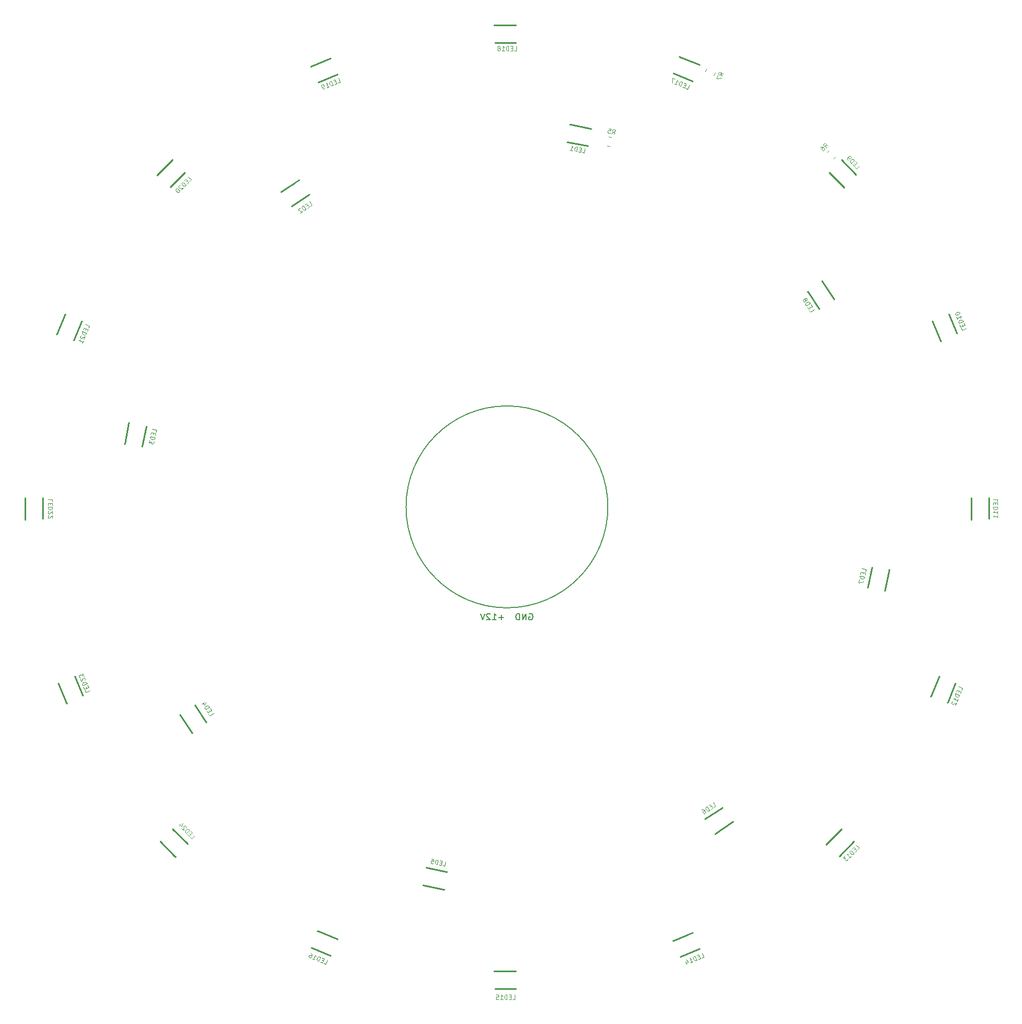
<source format=gbr>
%TF.GenerationSoftware,KiCad,Pcbnew,8.0.5*%
%TF.CreationDate,2024-10-11T00:39:08+02:00*%
%TF.ProjectId,LEDTischLampe,4c454454-6973-4636-984c-616d70652e6b,rev?*%
%TF.SameCoordinates,Original*%
%TF.FileFunction,Legend,Bot*%
%TF.FilePolarity,Positive*%
%FSLAX46Y46*%
G04 Gerber Fmt 4.6, Leading zero omitted, Abs format (unit mm)*
G04 Created by KiCad (PCBNEW 8.0.5) date 2024-10-11 00:39:08*
%MOMM*%
%LPD*%
G01*
G04 APERTURE LIST*
G04 Aperture macros list*
%AMRoundRect*
0 Rectangle with rounded corners*
0 $1 Rounding radius*
0 $2 $3 $4 $5 $6 $7 $8 $9 X,Y pos of 4 corners*
0 Add a 4 corners polygon primitive as box body*
4,1,4,$2,$3,$4,$5,$6,$7,$8,$9,$2,$3,0*
0 Add four circle primitives for the rounded corners*
1,1,$1+$1,$2,$3*
1,1,$1+$1,$4,$5*
1,1,$1+$1,$6,$7*
1,1,$1+$1,$8,$9*
0 Add four rect primitives between the rounded corners*
20,1,$1+$1,$2,$3,$4,$5,0*
20,1,$1+$1,$4,$5,$6,$7,0*
20,1,$1+$1,$6,$7,$8,$9,0*
20,1,$1+$1,$8,$9,$2,$3,0*%
%AMHorizOval*
0 Thick line with rounded ends*
0 $1 width*
0 $2 $3 position (X,Y) of the first rounded end (center of the circle)*
0 $4 $5 position (X,Y) of the second rounded end (center of the circle)*
0 Add line between two ends*
20,1,$1,$2,$3,$4,$5,0*
0 Add two circle primitives to create the rounded ends*
1,1,$1,$2,$3*
1,1,$1,$4,$5*%
%AMRotRect*
0 Rectangle, with rotation*
0 The origin of the aperture is its center*
0 $1 length*
0 $2 width*
0 $3 Rotation angle, in degrees counterclockwise*
0 Add horizontal line*
21,1,$1,$2,0,0,$3*%
G04 Aperture macros list end*
%ADD10C,0.200000*%
%ADD11C,0.150000*%
%ADD12C,0.120000*%
%ADD13C,0.250000*%
%ADD14C,0.990600*%
%ADD15C,3.200000*%
%ADD16HorizOval,1.200000X0.166671X0.249441X-0.166671X-0.249441X0*%
%ADD17HorizOval,1.200000X0.222228X0.332588X-0.222228X-0.332588X0*%
%ADD18C,0.750000*%
%ADD19R,2.600000X2.600000*%
%ADD20C,2.600000*%
%ADD21R,2.330000X2.380000*%
%ADD22R,1.100000X2.380000*%
%ADD23RotRect,2.330000X2.380000X213.750000*%
%ADD24RotRect,1.100000X2.380000X213.750000*%
%ADD25R,2.380000X2.330000*%
%ADD26R,2.380000X1.100000*%
%ADD27RotRect,2.330000X2.380000X123.750000*%
%ADD28RotRect,1.100000X2.380000X123.750000*%
%ADD29RotRect,2.330000X2.380000X157.500000*%
%ADD30RotRect,1.100000X2.380000X157.500000*%
%ADD31RotRect,2.330000X2.380000X202.500000*%
%ADD32RotRect,1.100000X2.380000X202.500000*%
%ADD33RotRect,2.330000X2.380000X225.000000*%
%ADD34RotRect,1.100000X2.380000X225.000000*%
%ADD35RotRect,2.330000X2.380000X247.500000*%
%ADD36RotRect,1.100000X2.380000X247.500000*%
%ADD37RotRect,2.330000X2.380000X315.000000*%
%ADD38RotRect,1.100000X2.380000X315.000000*%
%ADD39RotRect,2.330000X2.380000X303.750000*%
%ADD40RotRect,1.100000X2.380000X303.750000*%
%ADD41RoundRect,0.250000X-0.132583X0.503814X-0.503814X0.132583X0.132583X-0.503814X0.503814X-0.132583X0*%
%ADD42RotRect,2.330000X2.380000X292.500000*%
%ADD43RotRect,1.100000X2.380000X292.500000*%
%ADD44RotRect,2.330000X2.380000X33.750000*%
%ADD45RotRect,1.100000X2.380000X33.750000*%
%ADD46RotRect,2.330000X2.380000X168.750000*%
%ADD47RotRect,1.100000X2.380000X168.750000*%
%ADD48RotRect,2.330000X2.380000X258.750000*%
%ADD49RotRect,1.100000X2.380000X258.750000*%
%ADD50RoundRect,0.250000X-0.315291X0.414726X-0.516200X-0.070311X0.315291X-0.414726X0.516200X0.070311X0*%
%ADD51RoundRect,0.250000X0.345247X0.390142X-0.169665X0.492565X-0.345247X-0.390142X0.169665X-0.492565X0*%
%ADD52RotRect,2.330000X2.380000X348.750000*%
%ADD53RotRect,1.100000X2.380000X348.750000*%
%ADD54RotRect,2.330000X2.380000X78.750000*%
%ADD55RotRect,1.100000X2.380000X78.750000*%
G04 APERTURE END LIST*
D10*
X150620000Y-93980000D02*
G75*
G02*
X118620000Y-93980000I-16000000J0D01*
G01*
X118620000Y-93980000D02*
G75*
G02*
X150620000Y-93980000I16000000J0D01*
G01*
D11*
X138143809Y-110931438D02*
X138239047Y-110883819D01*
X138239047Y-110883819D02*
X138381904Y-110883819D01*
X138381904Y-110883819D02*
X138524761Y-110931438D01*
X138524761Y-110931438D02*
X138619999Y-111026676D01*
X138619999Y-111026676D02*
X138667618Y-111121914D01*
X138667618Y-111121914D02*
X138715237Y-111312390D01*
X138715237Y-111312390D02*
X138715237Y-111455247D01*
X138715237Y-111455247D02*
X138667618Y-111645723D01*
X138667618Y-111645723D02*
X138619999Y-111740961D01*
X138619999Y-111740961D02*
X138524761Y-111836200D01*
X138524761Y-111836200D02*
X138381904Y-111883819D01*
X138381904Y-111883819D02*
X138286666Y-111883819D01*
X138286666Y-111883819D02*
X138143809Y-111836200D01*
X138143809Y-111836200D02*
X138096190Y-111788580D01*
X138096190Y-111788580D02*
X138096190Y-111455247D01*
X138096190Y-111455247D02*
X138286666Y-111455247D01*
X137667618Y-111883819D02*
X137667618Y-110883819D01*
X137667618Y-110883819D02*
X137096190Y-111883819D01*
X137096190Y-111883819D02*
X137096190Y-110883819D01*
X136619999Y-111883819D02*
X136619999Y-110883819D01*
X136619999Y-110883819D02*
X136381904Y-110883819D01*
X136381904Y-110883819D02*
X136239047Y-110931438D01*
X136239047Y-110931438D02*
X136143809Y-111026676D01*
X136143809Y-111026676D02*
X136096190Y-111121914D01*
X136096190Y-111121914D02*
X136048571Y-111312390D01*
X136048571Y-111312390D02*
X136048571Y-111455247D01*
X136048571Y-111455247D02*
X136096190Y-111645723D01*
X136096190Y-111645723D02*
X136143809Y-111740961D01*
X136143809Y-111740961D02*
X136239047Y-111836200D01*
X136239047Y-111836200D02*
X136381904Y-111883819D01*
X136381904Y-111883819D02*
X136619999Y-111883819D01*
X134096189Y-111502866D02*
X133334285Y-111502866D01*
X133715237Y-111883819D02*
X133715237Y-111121914D01*
X132334285Y-111883819D02*
X132905713Y-111883819D01*
X132619999Y-111883819D02*
X132619999Y-110883819D01*
X132619999Y-110883819D02*
X132715237Y-111026676D01*
X132715237Y-111026676D02*
X132810475Y-111121914D01*
X132810475Y-111121914D02*
X132905713Y-111169533D01*
X131953332Y-110979057D02*
X131905713Y-110931438D01*
X131905713Y-110931438D02*
X131810475Y-110883819D01*
X131810475Y-110883819D02*
X131572380Y-110883819D01*
X131572380Y-110883819D02*
X131477142Y-110931438D01*
X131477142Y-110931438D02*
X131429523Y-110979057D01*
X131429523Y-110979057D02*
X131381904Y-111074295D01*
X131381904Y-111074295D02*
X131381904Y-111169533D01*
X131381904Y-111169533D02*
X131429523Y-111312390D01*
X131429523Y-111312390D02*
X132000951Y-111883819D01*
X132000951Y-111883819D02*
X131381904Y-111883819D01*
X131096189Y-110883819D02*
X130762856Y-111883819D01*
X130762856Y-111883819D02*
X130429523Y-110883819D01*
D12*
X135482667Y-172021593D02*
X135816000Y-172021593D01*
X135816000Y-172021593D02*
X135816000Y-171321593D01*
X135249333Y-171654926D02*
X135016000Y-171654926D01*
X134916000Y-172021593D02*
X135249333Y-172021593D01*
X135249333Y-172021593D02*
X135249333Y-171321593D01*
X135249333Y-171321593D02*
X134916000Y-171321593D01*
X134616000Y-172021593D02*
X134616000Y-171321593D01*
X134616000Y-171321593D02*
X134449333Y-171321593D01*
X134449333Y-171321593D02*
X134349333Y-171354926D01*
X134349333Y-171354926D02*
X134282667Y-171421593D01*
X134282667Y-171421593D02*
X134249333Y-171488260D01*
X134249333Y-171488260D02*
X134216000Y-171621593D01*
X134216000Y-171621593D02*
X134216000Y-171721593D01*
X134216000Y-171721593D02*
X134249333Y-171854926D01*
X134249333Y-171854926D02*
X134282667Y-171921593D01*
X134282667Y-171921593D02*
X134349333Y-171988260D01*
X134349333Y-171988260D02*
X134449333Y-172021593D01*
X134449333Y-172021593D02*
X134616000Y-172021593D01*
X133549333Y-172021593D02*
X133949333Y-172021593D01*
X133749333Y-172021593D02*
X133749333Y-171321593D01*
X133749333Y-171321593D02*
X133816000Y-171421593D01*
X133816000Y-171421593D02*
X133882667Y-171488260D01*
X133882667Y-171488260D02*
X133949333Y-171521593D01*
X132916000Y-171321593D02*
X133249333Y-171321593D01*
X133249333Y-171321593D02*
X133282666Y-171654926D01*
X133282666Y-171654926D02*
X133249333Y-171621593D01*
X133249333Y-171621593D02*
X133182666Y-171588260D01*
X133182666Y-171588260D02*
X133016000Y-171588260D01*
X133016000Y-171588260D02*
X132949333Y-171621593D01*
X132949333Y-171621593D02*
X132916000Y-171654926D01*
X132916000Y-171654926D02*
X132882666Y-171721593D01*
X132882666Y-171721593D02*
X132882666Y-171888260D01*
X132882666Y-171888260D02*
X132916000Y-171954926D01*
X132916000Y-171954926D02*
X132949333Y-171988260D01*
X132949333Y-171988260D02*
X133016000Y-172021593D01*
X133016000Y-172021593D02*
X133182666Y-172021593D01*
X133182666Y-172021593D02*
X133249333Y-171988260D01*
X133249333Y-171988260D02*
X133282666Y-171954926D01*
X103443762Y-46310872D02*
X103720919Y-46125682D01*
X103720919Y-46125682D02*
X103332020Y-45543653D01*
X103046044Y-46135633D02*
X102852034Y-46265266D01*
X102972596Y-46625696D02*
X103249753Y-46440505D01*
X103249753Y-46440505D02*
X102860853Y-45858477D01*
X102860853Y-45858477D02*
X102583697Y-46043667D01*
X102723155Y-46792366D02*
X102334256Y-46210338D01*
X102334256Y-46210338D02*
X102195678Y-46302933D01*
X102195678Y-46302933D02*
X102131050Y-46386205D01*
X102131050Y-46386205D02*
X102112657Y-46478675D01*
X102112657Y-46478675D02*
X102121979Y-46552625D01*
X102121979Y-46552625D02*
X102168340Y-46682007D01*
X102168340Y-46682007D02*
X102223897Y-46765154D01*
X102223897Y-46765154D02*
X102325688Y-46857497D01*
X102325688Y-46857497D02*
X102390442Y-46894410D01*
X102390442Y-46894410D02*
X102482911Y-46912803D01*
X102482911Y-46912803D02*
X102584577Y-46884961D01*
X102584577Y-46884961D02*
X102723155Y-46792366D01*
X101816981Y-46636149D02*
X101770747Y-46626952D01*
X101770747Y-46626952D02*
X101696796Y-46636275D01*
X101696796Y-46636275D02*
X101558218Y-46728870D01*
X101558218Y-46728870D02*
X101521306Y-46793624D01*
X101521306Y-46793624D02*
X101512109Y-46839858D01*
X101512109Y-46839858D02*
X101521431Y-46913809D01*
X101521431Y-46913809D02*
X101558469Y-46969240D01*
X101558469Y-46969240D02*
X101641742Y-47033868D01*
X101641742Y-47033868D02*
X102196558Y-47144228D01*
X102196558Y-47144228D02*
X101836255Y-47384975D01*
X62547593Y-93142733D02*
X62547593Y-92809399D01*
X62547593Y-92809399D02*
X61847593Y-92809399D01*
X62180926Y-93376066D02*
X62180926Y-93609400D01*
X62547593Y-93709400D02*
X62547593Y-93376066D01*
X62547593Y-93376066D02*
X61847593Y-93376066D01*
X61847593Y-93376066D02*
X61847593Y-93709400D01*
X62547593Y-94009399D02*
X61847593Y-94009399D01*
X61847593Y-94009399D02*
X61847593Y-94176066D01*
X61847593Y-94176066D02*
X61880926Y-94276066D01*
X61880926Y-94276066D02*
X61947593Y-94342733D01*
X61947593Y-94342733D02*
X62014260Y-94376066D01*
X62014260Y-94376066D02*
X62147593Y-94409399D01*
X62147593Y-94409399D02*
X62247593Y-94409399D01*
X62247593Y-94409399D02*
X62380926Y-94376066D01*
X62380926Y-94376066D02*
X62447593Y-94342733D01*
X62447593Y-94342733D02*
X62514260Y-94276066D01*
X62514260Y-94276066D02*
X62547593Y-94176066D01*
X62547593Y-94176066D02*
X62547593Y-94009399D01*
X61914260Y-94676066D02*
X61880926Y-94709399D01*
X61880926Y-94709399D02*
X61847593Y-94776066D01*
X61847593Y-94776066D02*
X61847593Y-94942733D01*
X61847593Y-94942733D02*
X61880926Y-95009399D01*
X61880926Y-95009399D02*
X61914260Y-95042733D01*
X61914260Y-95042733D02*
X61980926Y-95076066D01*
X61980926Y-95076066D02*
X62047593Y-95076066D01*
X62047593Y-95076066D02*
X62147593Y-95042733D01*
X62147593Y-95042733D02*
X62547593Y-94642733D01*
X62547593Y-94642733D02*
X62547593Y-95076066D01*
X61914260Y-95342733D02*
X61880926Y-95376066D01*
X61880926Y-95376066D02*
X61847593Y-95442733D01*
X61847593Y-95442733D02*
X61847593Y-95609400D01*
X61847593Y-95609400D02*
X61880926Y-95676066D01*
X61880926Y-95676066D02*
X61914260Y-95709400D01*
X61914260Y-95709400D02*
X61980926Y-95742733D01*
X61980926Y-95742733D02*
X62047593Y-95742733D01*
X62047593Y-95742733D02*
X62147593Y-95709400D01*
X62147593Y-95709400D02*
X62547593Y-95309400D01*
X62547593Y-95309400D02*
X62547593Y-95742733D01*
X182543127Y-62803762D02*
X182728317Y-63080919D01*
X182728317Y-63080919D02*
X183310346Y-62692020D01*
X182718366Y-62406044D02*
X182588733Y-62212034D01*
X182228303Y-62332596D02*
X182413494Y-62609753D01*
X182413494Y-62609753D02*
X182995522Y-62220853D01*
X182995522Y-62220853D02*
X182810332Y-61943697D01*
X182061633Y-62083155D02*
X182643661Y-61694256D01*
X182643661Y-61694256D02*
X182551066Y-61555678D01*
X182551066Y-61555678D02*
X182467794Y-61491050D01*
X182467794Y-61491050D02*
X182375324Y-61472657D01*
X182375324Y-61472657D02*
X182301374Y-61481979D01*
X182301374Y-61481979D02*
X182171992Y-61528340D01*
X182171992Y-61528340D02*
X182088845Y-61583897D01*
X182088845Y-61583897D02*
X181996502Y-61685688D01*
X181996502Y-61685688D02*
X181959589Y-61750442D01*
X181959589Y-61750442D02*
X181941196Y-61842911D01*
X181941196Y-61842911D02*
X181969038Y-61944577D01*
X181969038Y-61944577D02*
X182061633Y-62083155D01*
X181949764Y-61195752D02*
X182014518Y-61232664D01*
X182014518Y-61232664D02*
X182060753Y-61241861D01*
X182060753Y-61241861D02*
X182134703Y-61232538D01*
X182134703Y-61232538D02*
X182162419Y-61214019D01*
X182162419Y-61214019D02*
X182199331Y-61149266D01*
X182199331Y-61149266D02*
X182208527Y-61103031D01*
X182208527Y-61103031D02*
X182199205Y-61029081D01*
X182199205Y-61029081D02*
X182125129Y-60918218D01*
X182125129Y-60918218D02*
X182060375Y-60881306D01*
X182060375Y-60881306D02*
X182014141Y-60872109D01*
X182014141Y-60872109D02*
X181940190Y-60881431D01*
X181940190Y-60881431D02*
X181912475Y-60899950D01*
X181912475Y-60899950D02*
X181875563Y-60964704D01*
X181875563Y-60964704D02*
X181866366Y-61010939D01*
X181866366Y-61010939D02*
X181875688Y-61084889D01*
X181875688Y-61084889D02*
X181949764Y-61195752D01*
X181949764Y-61195752D02*
X181959087Y-61269702D01*
X181959087Y-61269702D02*
X181949890Y-61315937D01*
X181949890Y-61315937D02*
X181912978Y-61380690D01*
X181912978Y-61380690D02*
X181802115Y-61454766D01*
X181802115Y-61454766D02*
X181728165Y-61464089D01*
X181728165Y-61464089D02*
X181681930Y-61454892D01*
X181681930Y-61454892D02*
X181617176Y-61417980D01*
X181617176Y-61417980D02*
X181543100Y-61307117D01*
X181543100Y-61307117D02*
X181533778Y-61233167D01*
X181533778Y-61233167D02*
X181542975Y-61186932D01*
X181542975Y-61186932D02*
X181579887Y-61122179D01*
X181579887Y-61122179D02*
X181690750Y-61048103D01*
X181690750Y-61048103D02*
X181764700Y-61038780D01*
X181764700Y-61038780D02*
X181810935Y-61047977D01*
X181810935Y-61047977D02*
X181875688Y-61084889D01*
X162962128Y-27644747D02*
X163270087Y-27772309D01*
X163270087Y-27772309D02*
X163537966Y-27125593D01*
X162886873Y-27216699D02*
X162671301Y-27127406D01*
X162438596Y-27427893D02*
X162746555Y-27555455D01*
X162746555Y-27555455D02*
X163014434Y-26908739D01*
X163014434Y-26908739D02*
X162706474Y-26781178D01*
X162161432Y-27313088D02*
X162429310Y-26666373D01*
X162429310Y-26666373D02*
X162275330Y-26602592D01*
X162275330Y-26602592D02*
X162170186Y-26595120D01*
X162170186Y-26595120D02*
X162083082Y-26631200D01*
X162083082Y-26631200D02*
X162026774Y-26680035D01*
X162026774Y-26680035D02*
X161944954Y-26790463D01*
X161944954Y-26790463D02*
X161906685Y-26882851D01*
X161906685Y-26882851D02*
X161886457Y-27018791D01*
X161886457Y-27018791D02*
X161891740Y-27093139D01*
X161891740Y-27093139D02*
X161927820Y-27180244D01*
X161927820Y-27180244D02*
X162007452Y-27249308D01*
X162007452Y-27249308D02*
X162161432Y-27313088D01*
X161175960Y-26904893D02*
X161545512Y-27057966D01*
X161360736Y-26981429D02*
X161628615Y-26334714D01*
X161628615Y-26334714D02*
X161651938Y-26452614D01*
X161651938Y-26452614D02*
X161688018Y-26539718D01*
X161688018Y-26539718D02*
X161736854Y-26596026D01*
X161228267Y-26168884D02*
X160797123Y-25990299D01*
X160797123Y-25990299D02*
X160806408Y-26751819D01*
X165491203Y-165474088D02*
X165799163Y-165346526D01*
X165799163Y-165346526D02*
X165531284Y-164699811D01*
X165135314Y-165224625D02*
X164919742Y-165313917D01*
X164967671Y-165690942D02*
X165275631Y-165563380D01*
X165275631Y-165563380D02*
X165007752Y-164916665D01*
X165007752Y-164916665D02*
X164699793Y-165044226D01*
X164690507Y-165805746D02*
X164422629Y-165159031D01*
X164422629Y-165159031D02*
X164268649Y-165222811D01*
X164268649Y-165222811D02*
X164189017Y-165291876D01*
X164189017Y-165291876D02*
X164152937Y-165378980D01*
X164152937Y-165378980D02*
X164147654Y-165453328D01*
X164147654Y-165453328D02*
X164167882Y-165589268D01*
X164167882Y-165589268D02*
X164206151Y-165681656D01*
X164206151Y-165681656D02*
X164287971Y-165792084D01*
X164287971Y-165792084D02*
X164344279Y-165840920D01*
X164344279Y-165840920D02*
X164431383Y-165876999D01*
X164431383Y-165876999D02*
X164536527Y-165869527D01*
X164536527Y-165869527D02*
X164690507Y-165805746D01*
X163705036Y-166213942D02*
X164074588Y-166060869D01*
X163889812Y-166137405D02*
X163621933Y-165490690D01*
X163621933Y-165490690D02*
X163721794Y-165557566D01*
X163721794Y-165557566D02*
X163808898Y-165593645D01*
X163808898Y-165593645D02*
X163883246Y-165598929D01*
X162972122Y-166012409D02*
X163150708Y-166443552D01*
X163024053Y-165702260D02*
X163369375Y-166100419D01*
X163369375Y-166100419D02*
X162969027Y-166266249D01*
X190244175Y-148278969D02*
X190479877Y-148043267D01*
X190479877Y-148043267D02*
X189984902Y-147548292D01*
X189819910Y-148184688D02*
X189654919Y-148349680D01*
X189843481Y-148679663D02*
X190079183Y-148443961D01*
X190079183Y-148443961D02*
X189584208Y-147948986D01*
X189584208Y-147948986D02*
X189348506Y-148184688D01*
X189631349Y-148891795D02*
X189136374Y-148396820D01*
X189136374Y-148396820D02*
X189018523Y-148514671D01*
X189018523Y-148514671D02*
X188971383Y-148608952D01*
X188971383Y-148608952D02*
X188971383Y-148703233D01*
X188971383Y-148703233D02*
X188994953Y-148773944D01*
X188994953Y-148773944D02*
X189065663Y-148891795D01*
X189065663Y-148891795D02*
X189136374Y-148962506D01*
X189136374Y-148962506D02*
X189254225Y-149033216D01*
X189254225Y-149033216D02*
X189324936Y-149056787D01*
X189324936Y-149056787D02*
X189419217Y-149056787D01*
X189419217Y-149056787D02*
X189513498Y-149009646D01*
X189513498Y-149009646D02*
X189631349Y-148891795D01*
X188877102Y-149646042D02*
X189159944Y-149363199D01*
X189018523Y-149504621D02*
X188523548Y-149009646D01*
X188523548Y-149009646D02*
X188641399Y-149033216D01*
X188641399Y-149033216D02*
X188735680Y-149033216D01*
X188735680Y-149033216D02*
X188806391Y-149009646D01*
X188217135Y-149316059D02*
X187910722Y-149622472D01*
X187910722Y-149622472D02*
X188264275Y-149646042D01*
X188264275Y-149646042D02*
X188193565Y-149716753D01*
X188193565Y-149716753D02*
X188169995Y-149787464D01*
X188169995Y-149787464D02*
X188169995Y-149834604D01*
X188169995Y-149834604D02*
X188193565Y-149905315D01*
X188193565Y-149905315D02*
X188311416Y-150023166D01*
X188311416Y-150023166D02*
X188382127Y-150046736D01*
X188382127Y-150046736D02*
X188429267Y-150046736D01*
X188429267Y-150046736D02*
X188499978Y-150023166D01*
X188499978Y-150023166D02*
X188641399Y-149881745D01*
X188641399Y-149881745D02*
X188664969Y-149811034D01*
X188664969Y-149811034D02*
X188664969Y-149763894D01*
X68284747Y-65637871D02*
X68412309Y-65329912D01*
X68412309Y-65329912D02*
X67765593Y-65062033D01*
X67856699Y-65713126D02*
X67767406Y-65928698D01*
X68067893Y-66161403D02*
X68195455Y-65853444D01*
X68195455Y-65853444D02*
X67548739Y-65585565D01*
X67548739Y-65585565D02*
X67421178Y-65893525D01*
X67953088Y-66438567D02*
X67306373Y-66170689D01*
X67306373Y-66170689D02*
X67242592Y-66324669D01*
X67242592Y-66324669D02*
X67235120Y-66429813D01*
X67235120Y-66429813D02*
X67271200Y-66516917D01*
X67271200Y-66516917D02*
X67320035Y-66573225D01*
X67320035Y-66573225D02*
X67430463Y-66655045D01*
X67430463Y-66655045D02*
X67522851Y-66693314D01*
X67522851Y-66693314D02*
X67658791Y-66713542D01*
X67658791Y-66713542D02*
X67733139Y-66708259D01*
X67733139Y-66708259D02*
X67820244Y-66672179D01*
X67820244Y-66672179D02*
X67889308Y-66592547D01*
X67889308Y-66592547D02*
X67953088Y-66438567D01*
X67112842Y-66812121D02*
X67069290Y-66830160D01*
X67069290Y-66830160D02*
X67012982Y-66878996D01*
X67012982Y-66878996D02*
X66949202Y-67032976D01*
X66949202Y-67032976D02*
X66954485Y-67107324D01*
X66954485Y-67107324D02*
X66972525Y-67150876D01*
X66972525Y-67150876D02*
X67021361Y-67207185D01*
X67021361Y-67207185D02*
X67082953Y-67232697D01*
X67082953Y-67232697D02*
X67188097Y-67240169D01*
X67188097Y-67240169D02*
X67710722Y-67023691D01*
X67710722Y-67023691D02*
X67544893Y-67424039D01*
X67289770Y-68039959D02*
X67442844Y-67670407D01*
X67366307Y-67855183D02*
X66719591Y-67587304D01*
X66719591Y-67587304D02*
X66837492Y-67563981D01*
X66837492Y-67563981D02*
X66924596Y-67527901D01*
X66924596Y-67527901D02*
X66980904Y-67479065D01*
X84385031Y-146302175D02*
X84620733Y-146537877D01*
X84620733Y-146537877D02*
X85115708Y-146042902D01*
X84479312Y-145877910D02*
X84314320Y-145712919D01*
X83984337Y-145901481D02*
X84220039Y-146137183D01*
X84220039Y-146137183D02*
X84715014Y-145642208D01*
X84715014Y-145642208D02*
X84479312Y-145406506D01*
X83772205Y-145689349D02*
X84267180Y-145194374D01*
X84267180Y-145194374D02*
X84149329Y-145076523D01*
X84149329Y-145076523D02*
X84055048Y-145029383D01*
X84055048Y-145029383D02*
X83960767Y-145029383D01*
X83960767Y-145029383D02*
X83890056Y-145052953D01*
X83890056Y-145052953D02*
X83772205Y-145123663D01*
X83772205Y-145123663D02*
X83701494Y-145194374D01*
X83701494Y-145194374D02*
X83630784Y-145312225D01*
X83630784Y-145312225D02*
X83607213Y-145382936D01*
X83607213Y-145382936D02*
X83607213Y-145477217D01*
X83607213Y-145477217D02*
X83654354Y-145571498D01*
X83654354Y-145571498D02*
X83772205Y-145689349D01*
X83748635Y-144770110D02*
X83748635Y-144722970D01*
X83748635Y-144722970D02*
X83725065Y-144652259D01*
X83725065Y-144652259D02*
X83607213Y-144534408D01*
X83607213Y-144534408D02*
X83536503Y-144510838D01*
X83536503Y-144510838D02*
X83489362Y-144510838D01*
X83489362Y-144510838D02*
X83418652Y-144534408D01*
X83418652Y-144534408D02*
X83371511Y-144581548D01*
X83371511Y-144581548D02*
X83324371Y-144675829D01*
X83324371Y-144675829D02*
X83324371Y-145241515D01*
X83324371Y-145241515D02*
X83017958Y-144935102D01*
X82923677Y-144180854D02*
X82593693Y-144510837D01*
X83230090Y-144110143D02*
X82994387Y-144581548D01*
X82994387Y-144581548D02*
X82687974Y-144275135D01*
X107833203Y-26790088D02*
X108141163Y-26662526D01*
X108141163Y-26662526D02*
X107873284Y-26015811D01*
X107477314Y-26540625D02*
X107261742Y-26629917D01*
X107309671Y-27006942D02*
X107617631Y-26879380D01*
X107617631Y-26879380D02*
X107349752Y-26232665D01*
X107349752Y-26232665D02*
X107041793Y-26360226D01*
X107032507Y-27121746D02*
X106764629Y-26475031D01*
X106764629Y-26475031D02*
X106610649Y-26538811D01*
X106610649Y-26538811D02*
X106531017Y-26607876D01*
X106531017Y-26607876D02*
X106494937Y-26694980D01*
X106494937Y-26694980D02*
X106489654Y-26769328D01*
X106489654Y-26769328D02*
X106509882Y-26905268D01*
X106509882Y-26905268D02*
X106548151Y-26997656D01*
X106548151Y-26997656D02*
X106629971Y-27108084D01*
X106629971Y-27108084D02*
X106686279Y-27156920D01*
X106686279Y-27156920D02*
X106773383Y-27192999D01*
X106773383Y-27192999D02*
X106878527Y-27185527D01*
X106878527Y-27185527D02*
X107032507Y-27121746D01*
X106047036Y-27529942D02*
X106416588Y-27376869D01*
X106231812Y-27453405D02*
X105963933Y-26806690D01*
X105963933Y-26806690D02*
X106063794Y-26873566D01*
X106063794Y-26873566D02*
X106150898Y-26909645D01*
X106150898Y-26909645D02*
X106225246Y-26914929D01*
X105739076Y-27657503D02*
X105615892Y-27708528D01*
X105615892Y-27708528D02*
X105541544Y-27703244D01*
X105541544Y-27703244D02*
X105497992Y-27685204D01*
X105497992Y-27685204D02*
X105398131Y-27618329D01*
X105398131Y-27618329D02*
X105316311Y-27507901D01*
X105316311Y-27507901D02*
X105214262Y-27261533D01*
X105214262Y-27261533D02*
X105219546Y-27187185D01*
X105219546Y-27187185D02*
X105237586Y-27143633D01*
X105237586Y-27143633D02*
X105286421Y-27087324D01*
X105286421Y-27087324D02*
X105409605Y-27036300D01*
X105409605Y-27036300D02*
X105483953Y-27041584D01*
X105483953Y-27041584D02*
X105527506Y-27059624D01*
X105527506Y-27059624D02*
X105583814Y-27108459D01*
X105583814Y-27108459D02*
X105647594Y-27262439D01*
X105647594Y-27262439D02*
X105642311Y-27336787D01*
X105642311Y-27336787D02*
X105624271Y-27380340D01*
X105624271Y-27380340D02*
X105575435Y-27436648D01*
X105575435Y-27436648D02*
X105452251Y-27487672D01*
X105452251Y-27487672D02*
X105377903Y-27482388D01*
X105377903Y-27482388D02*
X105334351Y-27464349D01*
X105334351Y-27464349D02*
X105278043Y-27415513D01*
X87293127Y-126811762D02*
X87478317Y-127088919D01*
X87478317Y-127088919D02*
X88060346Y-126700020D01*
X87468366Y-126414044D02*
X87338733Y-126220034D01*
X86978303Y-126340596D02*
X87163494Y-126617753D01*
X87163494Y-126617753D02*
X87745522Y-126228853D01*
X87745522Y-126228853D02*
X87560332Y-125951697D01*
X86811633Y-126091155D02*
X87393661Y-125702256D01*
X87393661Y-125702256D02*
X87301066Y-125563678D01*
X87301066Y-125563678D02*
X87217794Y-125499050D01*
X87217794Y-125499050D02*
X87125324Y-125480657D01*
X87125324Y-125480657D02*
X87051374Y-125489979D01*
X87051374Y-125489979D02*
X86921992Y-125536340D01*
X86921992Y-125536340D02*
X86838845Y-125591897D01*
X86838845Y-125591897D02*
X86746502Y-125693688D01*
X86746502Y-125693688D02*
X86709589Y-125758442D01*
X86709589Y-125758442D02*
X86691196Y-125850911D01*
X86691196Y-125850911D02*
X86719038Y-125952577D01*
X86719038Y-125952577D02*
X86811633Y-126091155D01*
X86644082Y-125000420D02*
X86256062Y-125259686D01*
X86958402Y-124990846D02*
X86635262Y-125407209D01*
X86635262Y-125407209D02*
X86394515Y-125046906D01*
X84326176Y-42360969D02*
X84561878Y-42125267D01*
X84561878Y-42125267D02*
X84066903Y-41630292D01*
X83901911Y-42266688D02*
X83736920Y-42431680D01*
X83925482Y-42761663D02*
X84161184Y-42525961D01*
X84161184Y-42525961D02*
X83666209Y-42030986D01*
X83666209Y-42030986D02*
X83430507Y-42266688D01*
X83713350Y-42973795D02*
X83218375Y-42478820D01*
X83218375Y-42478820D02*
X83100524Y-42596671D01*
X83100524Y-42596671D02*
X83053384Y-42690952D01*
X83053384Y-42690952D02*
X83053384Y-42785233D01*
X83053384Y-42785233D02*
X83076954Y-42855944D01*
X83076954Y-42855944D02*
X83147664Y-42973795D01*
X83147664Y-42973795D02*
X83218375Y-43044506D01*
X83218375Y-43044506D02*
X83336226Y-43115216D01*
X83336226Y-43115216D02*
X83406937Y-43138787D01*
X83406937Y-43138787D02*
X83501218Y-43138787D01*
X83501218Y-43138787D02*
X83595499Y-43091646D01*
X83595499Y-43091646D02*
X83713350Y-42973795D01*
X82794111Y-42997365D02*
X82746971Y-42997365D01*
X82746971Y-42997365D02*
X82676260Y-43020935D01*
X82676260Y-43020935D02*
X82558409Y-43138787D01*
X82558409Y-43138787D02*
X82534839Y-43209497D01*
X82534839Y-43209497D02*
X82534839Y-43256638D01*
X82534839Y-43256638D02*
X82558409Y-43327348D01*
X82558409Y-43327348D02*
X82605549Y-43374489D01*
X82605549Y-43374489D02*
X82699830Y-43421629D01*
X82699830Y-43421629D02*
X83265516Y-43421629D01*
X83265516Y-43421629D02*
X82959103Y-43728042D01*
X82157715Y-43539481D02*
X82110574Y-43586621D01*
X82110574Y-43586621D02*
X82087004Y-43657332D01*
X82087004Y-43657332D02*
X82087004Y-43704472D01*
X82087004Y-43704472D02*
X82110574Y-43775183D01*
X82110574Y-43775183D02*
X82181285Y-43893034D01*
X82181285Y-43893034D02*
X82299136Y-44010885D01*
X82299136Y-44010885D02*
X82416987Y-44081596D01*
X82416987Y-44081596D02*
X82487698Y-44105166D01*
X82487698Y-44105166D02*
X82534838Y-44105166D01*
X82534838Y-44105166D02*
X82605549Y-44081596D01*
X82605549Y-44081596D02*
X82652689Y-44034455D01*
X82652689Y-44034455D02*
X82676260Y-43963745D01*
X82676260Y-43963745D02*
X82676260Y-43916604D01*
X82676260Y-43916604D02*
X82652689Y-43845894D01*
X82652689Y-43845894D02*
X82581979Y-43728042D01*
X82581979Y-43728042D02*
X82464128Y-43610191D01*
X82464128Y-43610191D02*
X82346276Y-43539481D01*
X82346276Y-43539481D02*
X82275566Y-43515910D01*
X82275566Y-43515910D02*
X82228425Y-43515910D01*
X82228425Y-43515910D02*
X82157715Y-43539481D01*
X206714747Y-123041871D02*
X206842309Y-122733912D01*
X206842309Y-122733912D02*
X206195593Y-122466033D01*
X206286699Y-123117126D02*
X206197406Y-123332698D01*
X206497893Y-123565403D02*
X206625455Y-123257444D01*
X206625455Y-123257444D02*
X205978739Y-122989565D01*
X205978739Y-122989565D02*
X205851178Y-123297525D01*
X206383088Y-123842567D02*
X205736373Y-123574689D01*
X205736373Y-123574689D02*
X205672592Y-123728669D01*
X205672592Y-123728669D02*
X205665120Y-123833813D01*
X205665120Y-123833813D02*
X205701200Y-123920917D01*
X205701200Y-123920917D02*
X205750035Y-123977225D01*
X205750035Y-123977225D02*
X205860463Y-124059045D01*
X205860463Y-124059045D02*
X205952851Y-124097314D01*
X205952851Y-124097314D02*
X206088791Y-124117542D01*
X206088791Y-124117542D02*
X206163139Y-124112259D01*
X206163139Y-124112259D02*
X206250244Y-124076179D01*
X206250244Y-124076179D02*
X206319308Y-123996547D01*
X206319308Y-123996547D02*
X206383088Y-123842567D01*
X205974893Y-124828039D02*
X206127966Y-124458487D01*
X206051429Y-124643263D02*
X205404714Y-124375384D01*
X205404714Y-124375384D02*
X205522614Y-124352061D01*
X205522614Y-124352061D02*
X205609718Y-124315981D01*
X205609718Y-124315981D02*
X205666026Y-124267145D01*
X205287720Y-124832041D02*
X205244168Y-124850080D01*
X205244168Y-124850080D02*
X205187860Y-124898916D01*
X205187860Y-124898916D02*
X205124079Y-125052896D01*
X205124079Y-125052896D02*
X205129363Y-125127244D01*
X205129363Y-125127244D02*
X205147403Y-125170796D01*
X205147403Y-125170796D02*
X205196239Y-125227105D01*
X205196239Y-125227105D02*
X205257831Y-125252617D01*
X205257831Y-125252617D02*
X205362975Y-125260089D01*
X205362975Y-125260089D02*
X205885600Y-125043611D01*
X205885600Y-125043611D02*
X205719770Y-125443959D01*
X185220741Y-37075350D02*
X185150031Y-36674657D01*
X185503584Y-36792508D02*
X185008609Y-36297533D01*
X185008609Y-36297533D02*
X184820048Y-36486095D01*
X184820048Y-36486095D02*
X184796477Y-36556805D01*
X184796477Y-36556805D02*
X184796477Y-36603946D01*
X184796477Y-36603946D02*
X184820048Y-36674657D01*
X184820048Y-36674657D02*
X184890758Y-36745367D01*
X184890758Y-36745367D02*
X184961469Y-36768937D01*
X184961469Y-36768937D02*
X185008609Y-36768937D01*
X185008609Y-36768937D02*
X185079320Y-36745367D01*
X185079320Y-36745367D02*
X185267882Y-36556805D01*
X184301503Y-37004640D02*
X184395784Y-36910359D01*
X184395784Y-36910359D02*
X184466494Y-36886789D01*
X184466494Y-36886789D02*
X184513635Y-36886789D01*
X184513635Y-36886789D02*
X184631486Y-36910359D01*
X184631486Y-36910359D02*
X184749337Y-36981069D01*
X184749337Y-36981069D02*
X184937899Y-37169631D01*
X184937899Y-37169631D02*
X184961469Y-37240342D01*
X184961469Y-37240342D02*
X184961469Y-37287482D01*
X184961469Y-37287482D02*
X184937899Y-37358193D01*
X184937899Y-37358193D02*
X184843618Y-37452474D01*
X184843618Y-37452474D02*
X184772907Y-37476044D01*
X184772907Y-37476044D02*
X184725767Y-37476044D01*
X184725767Y-37476044D02*
X184655056Y-37452474D01*
X184655056Y-37452474D02*
X184537205Y-37334623D01*
X184537205Y-37334623D02*
X184513635Y-37263912D01*
X184513635Y-37263912D02*
X184513635Y-37216772D01*
X184513635Y-37216772D02*
X184537205Y-37146061D01*
X184537205Y-37146061D02*
X184631486Y-37051780D01*
X184631486Y-37051780D02*
X184702196Y-37028210D01*
X184702196Y-37028210D02*
X184749337Y-37028210D01*
X184749337Y-37028210D02*
X184820048Y-37051780D01*
X212407593Y-93117333D02*
X212407593Y-92783999D01*
X212407593Y-92783999D02*
X211707593Y-92783999D01*
X212040926Y-93350666D02*
X212040926Y-93584000D01*
X212407593Y-93684000D02*
X212407593Y-93350666D01*
X212407593Y-93350666D02*
X211707593Y-93350666D01*
X211707593Y-93350666D02*
X211707593Y-93684000D01*
X212407593Y-93983999D02*
X211707593Y-93983999D01*
X211707593Y-93983999D02*
X211707593Y-94150666D01*
X211707593Y-94150666D02*
X211740926Y-94250666D01*
X211740926Y-94250666D02*
X211807593Y-94317333D01*
X211807593Y-94317333D02*
X211874260Y-94350666D01*
X211874260Y-94350666D02*
X212007593Y-94383999D01*
X212007593Y-94383999D02*
X212107593Y-94383999D01*
X212107593Y-94383999D02*
X212240926Y-94350666D01*
X212240926Y-94350666D02*
X212307593Y-94317333D01*
X212307593Y-94317333D02*
X212374260Y-94250666D01*
X212374260Y-94250666D02*
X212407593Y-94150666D01*
X212407593Y-94150666D02*
X212407593Y-93983999D01*
X212407593Y-95050666D02*
X212407593Y-94650666D01*
X212407593Y-94850666D02*
X211707593Y-94850666D01*
X211707593Y-94850666D02*
X211807593Y-94783999D01*
X211807593Y-94783999D02*
X211874260Y-94717333D01*
X211874260Y-94717333D02*
X211907593Y-94650666D01*
X212407593Y-95717333D02*
X212407593Y-95317333D01*
X212407593Y-95517333D02*
X211707593Y-95517333D01*
X211707593Y-95517333D02*
X211807593Y-95450666D01*
X211807593Y-95450666D02*
X211874260Y-95384000D01*
X211874260Y-95384000D02*
X211907593Y-95317333D01*
X105558128Y-166328747D02*
X105866087Y-166456309D01*
X105866087Y-166456309D02*
X106133966Y-165809593D01*
X105482873Y-165900699D02*
X105267301Y-165811406D01*
X105034596Y-166111893D02*
X105342555Y-166239455D01*
X105342555Y-166239455D02*
X105610434Y-165592739D01*
X105610434Y-165592739D02*
X105302474Y-165465178D01*
X104757432Y-165997088D02*
X105025310Y-165350373D01*
X105025310Y-165350373D02*
X104871330Y-165286592D01*
X104871330Y-165286592D02*
X104766186Y-165279120D01*
X104766186Y-165279120D02*
X104679082Y-165315200D01*
X104679082Y-165315200D02*
X104622774Y-165364035D01*
X104622774Y-165364035D02*
X104540954Y-165474463D01*
X104540954Y-165474463D02*
X104502685Y-165566851D01*
X104502685Y-165566851D02*
X104482457Y-165702791D01*
X104482457Y-165702791D02*
X104487740Y-165777139D01*
X104487740Y-165777139D02*
X104523820Y-165864244D01*
X104523820Y-165864244D02*
X104603452Y-165933308D01*
X104603452Y-165933308D02*
X104757432Y-165997088D01*
X103771960Y-165588893D02*
X104141512Y-165741966D01*
X103956736Y-165665429D02*
X104224615Y-165018714D01*
X104224615Y-165018714D02*
X104247938Y-165136614D01*
X104247938Y-165136614D02*
X104284018Y-165223718D01*
X104284018Y-165223718D02*
X104332854Y-165280026D01*
X103485511Y-164712567D02*
X103608695Y-164763591D01*
X103608695Y-164763591D02*
X103657531Y-164819900D01*
X103657531Y-164819900D02*
X103675571Y-164863452D01*
X103675571Y-164863452D02*
X103698894Y-164981352D01*
X103698894Y-164981352D02*
X103678666Y-165117292D01*
X103678666Y-165117292D02*
X103576617Y-165363660D01*
X103576617Y-165363660D02*
X103520309Y-165412496D01*
X103520309Y-165412496D02*
X103476756Y-165430536D01*
X103476756Y-165430536D02*
X103402408Y-165435819D01*
X103402408Y-165435819D02*
X103279224Y-165384795D01*
X103279224Y-165384795D02*
X103230389Y-165328487D01*
X103230389Y-165328487D02*
X103212349Y-165284935D01*
X103212349Y-165284935D02*
X103207065Y-165210586D01*
X103207065Y-165210586D02*
X103270846Y-165056607D01*
X103270846Y-165056607D02*
X103327154Y-165007771D01*
X103327154Y-165007771D02*
X103370706Y-164989731D01*
X103370706Y-164989731D02*
X103445054Y-164984447D01*
X103445054Y-164984447D02*
X103568238Y-165035472D01*
X103568238Y-165035472D02*
X103617074Y-165091780D01*
X103617074Y-165091780D02*
X103635114Y-165135332D01*
X103635114Y-165135332D02*
X103640397Y-165209680D01*
X67697911Y-123073203D02*
X67825473Y-123381163D01*
X67825473Y-123381163D02*
X68472188Y-123113284D01*
X67947374Y-122717314D02*
X67858082Y-122501742D01*
X67481057Y-122549671D02*
X67608619Y-122857631D01*
X67608619Y-122857631D02*
X68255334Y-122589752D01*
X68255334Y-122589752D02*
X68127773Y-122281793D01*
X67366253Y-122272507D02*
X68012968Y-122004629D01*
X68012968Y-122004629D02*
X67949188Y-121850649D01*
X67949188Y-121850649D02*
X67880123Y-121771017D01*
X67880123Y-121771017D02*
X67793019Y-121734937D01*
X67793019Y-121734937D02*
X67718671Y-121729654D01*
X67718671Y-121729654D02*
X67582731Y-121749882D01*
X67582731Y-121749882D02*
X67490343Y-121788151D01*
X67490343Y-121788151D02*
X67379915Y-121869971D01*
X67379915Y-121869971D02*
X67331079Y-121926279D01*
X67331079Y-121926279D02*
X67295000Y-122013383D01*
X67295000Y-122013383D02*
X67302472Y-122118527D01*
X67302472Y-122118527D02*
X67366253Y-122272507D01*
X67696254Y-121414222D02*
X67714294Y-121370669D01*
X67714294Y-121370669D02*
X67719578Y-121296321D01*
X67719578Y-121296321D02*
X67655797Y-121142341D01*
X67655797Y-121142341D02*
X67599489Y-121093506D01*
X67599489Y-121093506D02*
X67555937Y-121075466D01*
X67555937Y-121075466D02*
X67481589Y-121070182D01*
X67481589Y-121070182D02*
X67419997Y-121095694D01*
X67419997Y-121095694D02*
X67340365Y-121164759D01*
X67340365Y-121164759D02*
X67123886Y-121687384D01*
X67123886Y-121687384D02*
X66958057Y-121287036D01*
X67515480Y-120803585D02*
X67349650Y-120403237D01*
X67349650Y-120403237D02*
X67192575Y-120720858D01*
X67192575Y-120720858D02*
X67154307Y-120628470D01*
X67154307Y-120628470D02*
X67097998Y-120579634D01*
X67097998Y-120579634D02*
X67054446Y-120561595D01*
X67054446Y-120561595D02*
X66980098Y-120556311D01*
X66980098Y-120556311D02*
X66826118Y-120620091D01*
X66826118Y-120620091D02*
X66777283Y-120676400D01*
X66777283Y-120676400D02*
X66759243Y-120719952D01*
X66759243Y-120719952D02*
X66753959Y-120794300D01*
X66753959Y-120794300D02*
X66830496Y-120979076D01*
X66830496Y-120979076D02*
X66886804Y-121027912D01*
X66886804Y-121027912D02*
X66930356Y-121045951D01*
X135736667Y-21653593D02*
X136070000Y-21653593D01*
X136070000Y-21653593D02*
X136070000Y-20953593D01*
X135503333Y-21286926D02*
X135270000Y-21286926D01*
X135170000Y-21653593D02*
X135503333Y-21653593D01*
X135503333Y-21653593D02*
X135503333Y-20953593D01*
X135503333Y-20953593D02*
X135170000Y-20953593D01*
X134870000Y-21653593D02*
X134870000Y-20953593D01*
X134870000Y-20953593D02*
X134703333Y-20953593D01*
X134703333Y-20953593D02*
X134603333Y-20986926D01*
X134603333Y-20986926D02*
X134536667Y-21053593D01*
X134536667Y-21053593D02*
X134503333Y-21120260D01*
X134503333Y-21120260D02*
X134470000Y-21253593D01*
X134470000Y-21253593D02*
X134470000Y-21353593D01*
X134470000Y-21353593D02*
X134503333Y-21486926D01*
X134503333Y-21486926D02*
X134536667Y-21553593D01*
X134536667Y-21553593D02*
X134603333Y-21620260D01*
X134603333Y-21620260D02*
X134703333Y-21653593D01*
X134703333Y-21653593D02*
X134870000Y-21653593D01*
X133803333Y-21653593D02*
X134203333Y-21653593D01*
X134003333Y-21653593D02*
X134003333Y-20953593D01*
X134003333Y-20953593D02*
X134070000Y-21053593D01*
X134070000Y-21053593D02*
X134136667Y-21120260D01*
X134136667Y-21120260D02*
X134203333Y-21153593D01*
X133403333Y-21253593D02*
X133470000Y-21220260D01*
X133470000Y-21220260D02*
X133503333Y-21186926D01*
X133503333Y-21186926D02*
X133536666Y-21120260D01*
X133536666Y-21120260D02*
X133536666Y-21086926D01*
X133536666Y-21086926D02*
X133503333Y-21020260D01*
X133503333Y-21020260D02*
X133470000Y-20986926D01*
X133470000Y-20986926D02*
X133403333Y-20953593D01*
X133403333Y-20953593D02*
X133270000Y-20953593D01*
X133270000Y-20953593D02*
X133203333Y-20986926D01*
X133203333Y-20986926D02*
X133170000Y-21020260D01*
X133170000Y-21020260D02*
X133136666Y-21086926D01*
X133136666Y-21086926D02*
X133136666Y-21120260D01*
X133136666Y-21120260D02*
X133170000Y-21186926D01*
X133170000Y-21186926D02*
X133203333Y-21220260D01*
X133203333Y-21220260D02*
X133270000Y-21253593D01*
X133270000Y-21253593D02*
X133403333Y-21253593D01*
X133403333Y-21253593D02*
X133470000Y-21286926D01*
X133470000Y-21286926D02*
X133503333Y-21320260D01*
X133503333Y-21320260D02*
X133536666Y-21386926D01*
X133536666Y-21386926D02*
X133536666Y-21520260D01*
X133536666Y-21520260D02*
X133503333Y-21586926D01*
X133503333Y-21586926D02*
X133470000Y-21620260D01*
X133470000Y-21620260D02*
X133403333Y-21653593D01*
X133403333Y-21653593D02*
X133270000Y-21653593D01*
X133270000Y-21653593D02*
X133203333Y-21620260D01*
X133203333Y-21620260D02*
X133170000Y-21586926D01*
X133170000Y-21586926D02*
X133136666Y-21520260D01*
X133136666Y-21520260D02*
X133136666Y-21386926D01*
X133136666Y-21386926D02*
X133170000Y-21320260D01*
X133170000Y-21320260D02*
X133203333Y-21286926D01*
X133203333Y-21286926D02*
X133270000Y-21253593D01*
X167451762Y-141560872D02*
X167728919Y-141375682D01*
X167728919Y-141375682D02*
X167340020Y-140793653D01*
X167054044Y-141385633D02*
X166860034Y-141515266D01*
X166980596Y-141875696D02*
X167257753Y-141690505D01*
X167257753Y-141690505D02*
X166868853Y-141108477D01*
X166868853Y-141108477D02*
X166591697Y-141293667D01*
X166731155Y-142042366D02*
X166342256Y-141460338D01*
X166342256Y-141460338D02*
X166203678Y-141552933D01*
X166203678Y-141552933D02*
X166139050Y-141636205D01*
X166139050Y-141636205D02*
X166120657Y-141728675D01*
X166120657Y-141728675D02*
X166129979Y-141802625D01*
X166129979Y-141802625D02*
X166176340Y-141932007D01*
X166176340Y-141932007D02*
X166231897Y-142015154D01*
X166231897Y-142015154D02*
X166333688Y-142107497D01*
X166333688Y-142107497D02*
X166398442Y-142144410D01*
X166398442Y-142144410D02*
X166490911Y-142162803D01*
X166490911Y-142162803D02*
X166592577Y-142134961D01*
X166592577Y-142134961D02*
X166731155Y-142042366D01*
X165510787Y-142015908D02*
X165621649Y-141941832D01*
X165621649Y-141941832D02*
X165695600Y-141932510D01*
X165695600Y-141932510D02*
X165741834Y-141941706D01*
X165741834Y-141941706D02*
X165852823Y-141987815D01*
X165852823Y-141987815D02*
X165954614Y-142080159D01*
X165954614Y-142080159D02*
X166102766Y-142301884D01*
X166102766Y-142301884D02*
X166112089Y-142375834D01*
X166112089Y-142375834D02*
X166102892Y-142422069D01*
X166102892Y-142422069D02*
X166065980Y-142486823D01*
X166065980Y-142486823D02*
X165955117Y-142560899D01*
X165955117Y-142560899D02*
X165881167Y-142570221D01*
X165881167Y-142570221D02*
X165834932Y-142561024D01*
X165834932Y-142561024D02*
X165770179Y-142524112D01*
X165770179Y-142524112D02*
X165677584Y-142385534D01*
X165677584Y-142385534D02*
X165668261Y-142311583D01*
X165668261Y-142311583D02*
X165677458Y-142265349D01*
X165677458Y-142265349D02*
X165714370Y-142200595D01*
X165714370Y-142200595D02*
X165825233Y-142126519D01*
X165825233Y-142126519D02*
X165899183Y-142117197D01*
X165899183Y-142117197D02*
X165945418Y-142126393D01*
X165945418Y-142126393D02*
X166010171Y-142163306D01*
X146502322Y-37802311D02*
X146829250Y-37867341D01*
X146829250Y-37867341D02*
X146965813Y-37180791D01*
X146345004Y-37397169D02*
X146116155Y-37351648D01*
X145946543Y-37691760D02*
X146273471Y-37756790D01*
X146273471Y-37756790D02*
X146410035Y-37070240D01*
X146410035Y-37070240D02*
X146083106Y-37005210D01*
X145652308Y-37633233D02*
X145788871Y-36946683D01*
X145788871Y-36946683D02*
X145625407Y-36914168D01*
X145625407Y-36914168D02*
X145520825Y-36927352D01*
X145520825Y-36927352D02*
X145442433Y-36979731D01*
X145442433Y-36979731D02*
X145396735Y-37038614D01*
X145396735Y-37038614D02*
X145338030Y-37162883D01*
X145338030Y-37162883D02*
X145318521Y-37260961D01*
X145318521Y-37260961D02*
X145325201Y-37398235D01*
X145325201Y-37398235D02*
X145344888Y-37470124D01*
X145344888Y-37470124D02*
X145397268Y-37548516D01*
X145397268Y-37548516D02*
X145488843Y-37600718D01*
X145488843Y-37600718D02*
X145652308Y-37633233D01*
X144606137Y-37425136D02*
X144998451Y-37503173D01*
X144802294Y-37464154D02*
X144938857Y-36777605D01*
X144938857Y-36777605D02*
X144984734Y-36888689D01*
X144984734Y-36888689D02*
X145037113Y-36967081D01*
X145037113Y-36967081D02*
X145095996Y-37012780D01*
X78950311Y-82097677D02*
X79015341Y-81770749D01*
X79015341Y-81770749D02*
X78328791Y-81634186D01*
X78545169Y-82254995D02*
X78499648Y-82483844D01*
X78839760Y-82653456D02*
X78904790Y-82326528D01*
X78904790Y-82326528D02*
X78218240Y-82189964D01*
X78218240Y-82189964D02*
X78153210Y-82516893D01*
X78781233Y-82947691D02*
X78094683Y-82811128D01*
X78094683Y-82811128D02*
X78062168Y-82974592D01*
X78062168Y-82974592D02*
X78075352Y-83079174D01*
X78075352Y-83079174D02*
X78127731Y-83157566D01*
X78127731Y-83157566D02*
X78186614Y-83203264D01*
X78186614Y-83203264D02*
X78310883Y-83261969D01*
X78310883Y-83261969D02*
X78408961Y-83281478D01*
X78408961Y-83281478D02*
X78546235Y-83274798D01*
X78546235Y-83274798D02*
X78618124Y-83255111D01*
X78618124Y-83255111D02*
X78696516Y-83202731D01*
X78696516Y-83202731D02*
X78748718Y-83111156D01*
X78748718Y-83111156D02*
X78781233Y-82947691D01*
X77971126Y-83432292D02*
X77886587Y-83857299D01*
X77886587Y-83857299D02*
X78193651Y-83680473D01*
X78193651Y-83680473D02*
X78174142Y-83778552D01*
X78174142Y-83778552D02*
X78193828Y-83850440D01*
X78193828Y-83850440D02*
X78220018Y-83889636D01*
X78220018Y-83889636D02*
X78278901Y-83935335D01*
X78278901Y-83935335D02*
X78442365Y-83967850D01*
X78442365Y-83967850D02*
X78514254Y-83948163D01*
X78514254Y-83948163D02*
X78553450Y-83921974D01*
X78553450Y-83921974D02*
X78599148Y-83863091D01*
X78599148Y-83863091D02*
X78638167Y-83666934D01*
X78638167Y-83666934D02*
X78618480Y-83595045D01*
X78618480Y-83595045D02*
X78592290Y-83555849D01*
X168740064Y-25667752D02*
X168521397Y-25324619D01*
X168893137Y-25298200D02*
X168246421Y-25030321D01*
X168246421Y-25030321D02*
X168144373Y-25276689D01*
X168144373Y-25276689D02*
X168149656Y-25351037D01*
X168149656Y-25351037D02*
X168167696Y-25394589D01*
X168167696Y-25394589D02*
X168216532Y-25450898D01*
X168216532Y-25450898D02*
X168308920Y-25489166D01*
X168308920Y-25489166D02*
X168383268Y-25483882D01*
X168383268Y-25483882D02*
X168426820Y-25465842D01*
X168426820Y-25465842D02*
X168483128Y-25417006D01*
X168483128Y-25417006D02*
X168585177Y-25170639D01*
X168004055Y-25615445D02*
X167825470Y-26046589D01*
X167825470Y-26046589D02*
X168586990Y-26037303D01*
X206635911Y-65669203D02*
X206763473Y-65977163D01*
X206763473Y-65977163D02*
X207410188Y-65709284D01*
X206885374Y-65313314D02*
X206796082Y-65097742D01*
X206419057Y-65145671D02*
X206546619Y-65453631D01*
X206546619Y-65453631D02*
X207193334Y-65185752D01*
X207193334Y-65185752D02*
X207065773Y-64877793D01*
X206304253Y-64868507D02*
X206950968Y-64600629D01*
X206950968Y-64600629D02*
X206887188Y-64446649D01*
X206887188Y-64446649D02*
X206818123Y-64367017D01*
X206818123Y-64367017D02*
X206731019Y-64330937D01*
X206731019Y-64330937D02*
X206656671Y-64325654D01*
X206656671Y-64325654D02*
X206520731Y-64345882D01*
X206520731Y-64345882D02*
X206428343Y-64384151D01*
X206428343Y-64384151D02*
X206317915Y-64465971D01*
X206317915Y-64465971D02*
X206269079Y-64522279D01*
X206269079Y-64522279D02*
X206233000Y-64609383D01*
X206233000Y-64609383D02*
X206240472Y-64714527D01*
X206240472Y-64714527D02*
X206304253Y-64868507D01*
X205896057Y-63883036D02*
X206049130Y-64252588D01*
X205972594Y-64067812D02*
X206619309Y-63799933D01*
X206619309Y-63799933D02*
X206552433Y-63899794D01*
X206552433Y-63899794D02*
X206516354Y-63986898D01*
X206516354Y-63986898D02*
X206511070Y-64061246D01*
X206376943Y-63214809D02*
X206351431Y-63153217D01*
X206351431Y-63153217D02*
X206295122Y-63104382D01*
X206295122Y-63104382D02*
X206251570Y-63086342D01*
X206251570Y-63086342D02*
X206177222Y-63081058D01*
X206177222Y-63081058D02*
X206041282Y-63101286D01*
X206041282Y-63101286D02*
X205887302Y-63165067D01*
X205887302Y-63165067D02*
X205776874Y-63246887D01*
X205776874Y-63246887D02*
X205728039Y-63303196D01*
X205728039Y-63303196D02*
X205709999Y-63346748D01*
X205709999Y-63346748D02*
X205704715Y-63421096D01*
X205704715Y-63421096D02*
X205730227Y-63482688D01*
X205730227Y-63482688D02*
X205786535Y-63531524D01*
X205786535Y-63531524D02*
X205830088Y-63549564D01*
X205830088Y-63549564D02*
X205904436Y-63554847D01*
X205904436Y-63554847D02*
X206040376Y-63534619D01*
X206040376Y-63534619D02*
X206194356Y-63470838D01*
X206194356Y-63470838D02*
X206304783Y-63389018D01*
X206304783Y-63389018D02*
X206353619Y-63332710D01*
X206353619Y-63332710D02*
X206371659Y-63289157D01*
X206371659Y-63289157D02*
X206376943Y-63214809D01*
X189813327Y-40148472D02*
X190049029Y-40384174D01*
X190049029Y-40384174D02*
X190544004Y-39889199D01*
X189907608Y-39724208D02*
X189742616Y-39559216D01*
X189412633Y-39747778D02*
X189648335Y-39983480D01*
X189648335Y-39983480D02*
X190143310Y-39488505D01*
X190143310Y-39488505D02*
X189907608Y-39252803D01*
X189200501Y-39535646D02*
X189695476Y-39040671D01*
X189695476Y-39040671D02*
X189577625Y-38922820D01*
X189577625Y-38922820D02*
X189483344Y-38875680D01*
X189483344Y-38875680D02*
X189389063Y-38875680D01*
X189389063Y-38875680D02*
X189318352Y-38899250D01*
X189318352Y-38899250D02*
X189200501Y-38969961D01*
X189200501Y-38969961D02*
X189129791Y-39040671D01*
X189129791Y-39040671D02*
X189059080Y-39158522D01*
X189059080Y-39158522D02*
X189035510Y-39229233D01*
X189035510Y-39229233D02*
X189035510Y-39323514D01*
X189035510Y-39323514D02*
X189082650Y-39417795D01*
X189082650Y-39417795D02*
X189200501Y-39535646D01*
X188681956Y-39017101D02*
X188587675Y-38922820D01*
X188587675Y-38922820D02*
X188564105Y-38852110D01*
X188564105Y-38852110D02*
X188564105Y-38804969D01*
X188564105Y-38804969D02*
X188587675Y-38687118D01*
X188587675Y-38687118D02*
X188658386Y-38569267D01*
X188658386Y-38569267D02*
X188846948Y-38380705D01*
X188846948Y-38380705D02*
X188917659Y-38357135D01*
X188917659Y-38357135D02*
X188964799Y-38357135D01*
X188964799Y-38357135D02*
X189035510Y-38380705D01*
X189035510Y-38380705D02*
X189129791Y-38474986D01*
X189129791Y-38474986D02*
X189153361Y-38545697D01*
X189153361Y-38545697D02*
X189153361Y-38592837D01*
X189153361Y-38592837D02*
X189129791Y-38663548D01*
X189129791Y-38663548D02*
X189011939Y-38781399D01*
X189011939Y-38781399D02*
X188941229Y-38804969D01*
X188941229Y-38804969D02*
X188894088Y-38804969D01*
X188894088Y-38804969D02*
X188823378Y-38781399D01*
X188823378Y-38781399D02*
X188729097Y-38687118D01*
X188729097Y-38687118D02*
X188705527Y-38616407D01*
X188705527Y-38616407D02*
X188705527Y-38569267D01*
X188705527Y-38569267D02*
X188729097Y-38498556D01*
X151219364Y-34820955D02*
X151513244Y-34539547D01*
X151611678Y-34898991D02*
X151748241Y-34212441D01*
X151748241Y-34212441D02*
X151486698Y-34160417D01*
X151486698Y-34160417D02*
X151414810Y-34180104D01*
X151414810Y-34180104D02*
X151375614Y-34206294D01*
X151375614Y-34206294D02*
X151329915Y-34265177D01*
X151329915Y-34265177D02*
X151310406Y-34363255D01*
X151310406Y-34363255D02*
X151330093Y-34435144D01*
X151330093Y-34435144D02*
X151356283Y-34474340D01*
X151356283Y-34474340D02*
X151415165Y-34520038D01*
X151415165Y-34520038D02*
X151676708Y-34572063D01*
X150734763Y-34010848D02*
X151061691Y-34075878D01*
X151061691Y-34075878D02*
X151029354Y-34409309D01*
X151029354Y-34409309D02*
X151003164Y-34370114D01*
X151003164Y-34370114D02*
X150944282Y-34324415D01*
X150944282Y-34324415D02*
X150780817Y-34291900D01*
X150780817Y-34291900D02*
X150708929Y-34311587D01*
X150708929Y-34311587D02*
X150669733Y-34337776D01*
X150669733Y-34337776D02*
X150624034Y-34396659D01*
X150624034Y-34396659D02*
X150591519Y-34560123D01*
X150591519Y-34560123D02*
X150611206Y-34632012D01*
X150611206Y-34632012D02*
X150637396Y-34671208D01*
X150637396Y-34671208D02*
X150696278Y-34716907D01*
X150696278Y-34716907D02*
X150859742Y-34749422D01*
X150859742Y-34749422D02*
X150931631Y-34729735D01*
X150931631Y-34729735D02*
X150970827Y-34703545D01*
X124404322Y-150832311D02*
X124731250Y-150897341D01*
X124731250Y-150897341D02*
X124867813Y-150210791D01*
X124247004Y-150427169D02*
X124018155Y-150381648D01*
X123848543Y-150721760D02*
X124175471Y-150786790D01*
X124175471Y-150786790D02*
X124312035Y-150100240D01*
X124312035Y-150100240D02*
X123985106Y-150035210D01*
X123554308Y-150663233D02*
X123690871Y-149976683D01*
X123690871Y-149976683D02*
X123527407Y-149944168D01*
X123527407Y-149944168D02*
X123422825Y-149957352D01*
X123422825Y-149957352D02*
X123344433Y-150009731D01*
X123344433Y-150009731D02*
X123298735Y-150068614D01*
X123298735Y-150068614D02*
X123240030Y-150192883D01*
X123240030Y-150192883D02*
X123220521Y-150290961D01*
X123220521Y-150290961D02*
X123227201Y-150428235D01*
X123227201Y-150428235D02*
X123246888Y-150500124D01*
X123246888Y-150500124D02*
X123299268Y-150578516D01*
X123299268Y-150578516D02*
X123390843Y-150630718D01*
X123390843Y-150630718D02*
X123554308Y-150663233D01*
X122677393Y-149775090D02*
X123004321Y-149840120D01*
X123004321Y-149840120D02*
X122971984Y-150173551D01*
X122971984Y-150173551D02*
X122945794Y-150134355D01*
X122945794Y-150134355D02*
X122886911Y-150088657D01*
X122886911Y-150088657D02*
X122723447Y-150056142D01*
X122723447Y-150056142D02*
X122651559Y-150075828D01*
X122651559Y-150075828D02*
X122612363Y-150102018D01*
X122612363Y-150102018D02*
X122566664Y-150160901D01*
X122566664Y-150160901D02*
X122534149Y-150324365D01*
X122534149Y-150324365D02*
X122553836Y-150396254D01*
X122553836Y-150396254D02*
X122580025Y-150435450D01*
X122580025Y-150435450D02*
X122638908Y-150481148D01*
X122638908Y-150481148D02*
X122802372Y-150513664D01*
X122802372Y-150513664D02*
X122874261Y-150493977D01*
X122874261Y-150493977D02*
X122913457Y-150467787D01*
X191472311Y-104198734D02*
X191537341Y-103871806D01*
X191537341Y-103871806D02*
X190850791Y-103735243D01*
X191067169Y-104356052D02*
X191021648Y-104584901D01*
X191361760Y-104754513D02*
X191426790Y-104427585D01*
X191426790Y-104427585D02*
X190740240Y-104291021D01*
X190740240Y-104291021D02*
X190675210Y-104617950D01*
X191303233Y-105048748D02*
X190616683Y-104912185D01*
X190616683Y-104912185D02*
X190584168Y-105075649D01*
X190584168Y-105075649D02*
X190597352Y-105180231D01*
X190597352Y-105180231D02*
X190649731Y-105258623D01*
X190649731Y-105258623D02*
X190708614Y-105304321D01*
X190708614Y-105304321D02*
X190832883Y-105363026D01*
X190832883Y-105363026D02*
X190930961Y-105382535D01*
X190930961Y-105382535D02*
X191068235Y-105375855D01*
X191068235Y-105375855D02*
X191140124Y-105356168D01*
X191140124Y-105356168D02*
X191218516Y-105303788D01*
X191218516Y-105303788D02*
X191270718Y-105212213D01*
X191270718Y-105212213D02*
X191303233Y-105048748D01*
X190493126Y-105533349D02*
X190402084Y-105991049D01*
X190402084Y-105991049D02*
X191147161Y-105833377D01*
D13*
%TO.C,LED15*%
X132549999Y-167580001D02*
X132710001Y-167580001D01*
X132710001Y-167580001D02*
X136010000Y-167580001D01*
X132730000Y-170380001D02*
X132710001Y-170380001D01*
X136010000Y-170380001D02*
X132730000Y-170380001D01*
%TO.C,LED2*%
X98786846Y-44077796D02*
X98919882Y-43988904D01*
X98919882Y-43988904D02*
X101663730Y-42155523D01*
X100492105Y-46305908D02*
X100475478Y-46317019D01*
X103219327Y-44483638D02*
X100492105Y-46305908D01*
%TO.C,LED22*%
X58220000Y-95890000D02*
X58220000Y-92590000D01*
X58220000Y-96049999D02*
X58220000Y-95890000D01*
X61019999Y-95870000D02*
X61020000Y-95890000D01*
X61020000Y-92590000D02*
X61019999Y-95870000D01*
%TO.C,LED8*%
X182294092Y-59852105D02*
X182282981Y-59835478D01*
X184116362Y-62579327D02*
X182294092Y-59852105D01*
X184522204Y-58146846D02*
X184611096Y-58279882D01*
X184611096Y-58279882D02*
X186444477Y-61023730D01*
%TO.C,LED17*%
X161039368Y-25259194D02*
X161020890Y-25251541D01*
X161944584Y-22603449D02*
X162092404Y-22664678D01*
X162092404Y-22664678D02*
X165141206Y-23927534D01*
X164069693Y-26514396D02*
X161039368Y-25259194D01*
%TO.C,LED14*%
X160873070Y-162769689D02*
X161020892Y-162708459D01*
X161020892Y-162708459D02*
X164069694Y-161445604D01*
X162110882Y-165287668D02*
X162092405Y-165295321D01*
X165141207Y-164032466D02*
X162110882Y-165287668D01*
%TO.C,LED13*%
X185199348Y-147486771D02*
X185312486Y-147373633D01*
X185312486Y-147373633D02*
X187645938Y-145040181D01*
X187306527Y-149339390D02*
X187292385Y-149353532D01*
X189625837Y-147020080D02*
X187306527Y-149339390D01*
%TO.C,LED21*%
X63243449Y-66655416D02*
X63304678Y-66507596D01*
X63304678Y-66507596D02*
X64567534Y-63458794D01*
X65899194Y-67560632D02*
X65891541Y-67579110D01*
X67154396Y-64530307D02*
X65899194Y-67560632D01*
%TO.C,LED24*%
X81594063Y-145040181D02*
X83913373Y-147359492D01*
X81947616Y-149353533D02*
X79614165Y-147020080D01*
X82060753Y-149466669D02*
X81947616Y-149353533D01*
X83913373Y-147359492D02*
X83927516Y-147373634D01*
%TO.C,LED19*%
X103470555Y-24187758D02*
X103618375Y-24126529D01*
X103618375Y-24126529D02*
X106667178Y-22863674D01*
X104708366Y-26705737D02*
X104689889Y-26713392D01*
X107738691Y-25450536D02*
X104708366Y-26705737D01*
%TO.C,LED4*%
X84628904Y-129680118D02*
X82795523Y-126936270D01*
X84717796Y-129813154D02*
X84628904Y-129680118D01*
X85123638Y-125380673D02*
X86945908Y-128107895D01*
X86945908Y-128107895D02*
X86957019Y-128124522D01*
%TO.C,LED20*%
X79133331Y-41420753D02*
X79246467Y-41307616D01*
X79246467Y-41307616D02*
X81579920Y-38974165D01*
X81240508Y-43273373D02*
X81226366Y-43287516D01*
X83559819Y-40954063D02*
X81240508Y-43273373D01*
%TO.C,LED12*%
X201825379Y-124057932D02*
X201886609Y-123910111D01*
X201886609Y-123910111D02*
X203149464Y-120861309D01*
X204481125Y-124963147D02*
X204473471Y-124981624D01*
X205736326Y-121932822D02*
X204481125Y-124963147D01*
D12*
%TO.C,R6*%
X185400118Y-37740835D02*
X185721235Y-37419718D01*
X186439565Y-38780282D02*
X186760682Y-38459165D01*
D13*
%TO.C,LED11*%
X208220001Y-95889999D02*
X208220001Y-92590000D01*
X208220001Y-96050001D02*
X208220001Y-95889999D01*
X211020001Y-92590000D02*
X211020001Y-95870000D01*
X211020001Y-95870000D02*
X211020001Y-95889999D01*
%TO.C,LED16*%
X103636853Y-163841125D02*
X103618376Y-163833471D01*
X104542068Y-161185379D02*
X104689889Y-161246609D01*
X104689889Y-161246609D02*
X107738691Y-162509464D01*
X106667178Y-165096326D02*
X103636853Y-163841125D01*
%TO.C,LED23*%
X64766529Y-124981625D02*
X63503674Y-121932822D01*
X64827758Y-125129445D02*
X64766529Y-124981625D01*
X66090536Y-120861309D02*
X67345737Y-123891634D01*
X67345737Y-123891634D02*
X67353392Y-123910111D01*
%TO.C,LED18*%
X132550001Y-17580000D02*
X132710000Y-17580000D01*
X132710000Y-17580000D02*
X136010000Y-17580000D01*
X132730000Y-20379999D02*
X132710000Y-20380000D01*
X136010000Y-20380000D02*
X132730000Y-20379999D01*
%TO.C,LED6*%
X166020673Y-143476362D02*
X168747895Y-141654092D01*
X168747895Y-141654092D02*
X168764522Y-141642981D01*
X170320118Y-143971096D02*
X167576270Y-145804477D01*
X170453154Y-143882204D02*
X170320118Y-143971096D01*
%TO.C,LED1*%
X144198609Y-36137261D02*
X144178993Y-36133360D01*
X144568320Y-33355947D02*
X144725246Y-33387161D01*
X144725246Y-33387161D02*
X147961837Y-34030959D01*
X147415584Y-36777158D02*
X144198609Y-36137261D01*
%TO.C,LED3*%
X73995947Y-84031680D02*
X74027161Y-83874754D01*
X74027161Y-83874754D02*
X74670959Y-80638163D01*
X76777261Y-84401391D02*
X76773360Y-84421007D01*
X77417158Y-81184416D02*
X76777261Y-84401391D01*
D12*
%TO.C,R7*%
X166079055Y-24983507D02*
X166252842Y-24563948D01*
X167437158Y-25546052D02*
X167610945Y-25126493D01*
D13*
%TO.C,LED10*%
X203348459Y-67579108D02*
X202085604Y-64530306D01*
X203409689Y-67726930D02*
X203348459Y-67579108D01*
X204672466Y-63458793D02*
X205927668Y-66489118D01*
X205927668Y-66489118D02*
X205935321Y-66507595D01*
%TO.C,LED9*%
X187660080Y-38974163D02*
X189979390Y-41293473D01*
X188013633Y-43287514D02*
X185680181Y-40954062D01*
X188126771Y-43400652D02*
X188013633Y-43287514D01*
X189979390Y-41293473D02*
X189993532Y-41307615D01*
D12*
%TO.C,R5*%
X150478908Y-36781579D02*
X150924310Y-36870175D01*
X150765690Y-35339825D02*
X151211092Y-35428421D01*
D13*
%TO.C,LED5*%
X121824416Y-151182842D02*
X125041391Y-151822739D01*
X124514754Y-154572839D02*
X121278163Y-153929041D01*
X124671680Y-154604053D02*
X124514754Y-154572839D01*
X125041391Y-151822739D02*
X125061007Y-151826640D01*
%TO.C,LED7*%
X191822842Y-106775584D02*
X192462739Y-103558609D01*
X192462739Y-103558609D02*
X192466640Y-103538993D01*
X195212839Y-104085246D02*
X194569041Y-107321837D01*
X195244053Y-103928320D02*
X195212839Y-104085246D01*
%TD*%
%LPC*%
D14*
%TO.C,J3*%
X131521200Y-61087000D03*
X131521200Y-63119000D03*
X136601200Y-62103000D03*
%TD*%
D15*
%TO.C,H1*%
X124620000Y-93980000D03*
%TD*%
D16*
%TO.C,J2*%
X181054441Y-32291631D03*
X173853915Y-27480392D03*
D17*
X171531631Y-30955936D03*
X178732158Y-35767173D03*
D18*
X172998418Y-31334666D03*
X177820944Y-34556974D03*
%TD*%
D19*
%TO.C,J1*%
X132080000Y-114300000D03*
D20*
X137080000Y-114300000D03*
%TD*%
D15*
%TO.C,H2*%
X144620000Y-93980000D03*
%TD*%
D21*
%TO.C,LED15*%
X133530001Y-168980001D03*
D22*
X135709999Y-168980001D03*
%TD*%
D23*
%TO.C,LED2*%
X100379484Y-44697394D03*
D24*
X102192088Y-43486252D03*
%TD*%
D25*
%TO.C,LED22*%
X59620000Y-95070000D03*
D26*
X59620000Y-92890000D03*
%TD*%
D27*
%TO.C,LED8*%
X183902606Y-59739484D03*
D28*
X185113748Y-61552088D03*
%TD*%
D29*
%TO.C,LED17*%
X162314228Y-24271910D03*
D30*
X164328286Y-25106160D03*
%TD*%
D31*
%TO.C,LED14*%
X162314230Y-163688090D03*
D32*
X164328286Y-162853840D03*
%TD*%
D33*
%TO.C,LED13*%
X186882263Y-147783755D03*
D34*
X188423755Y-146242263D03*
%TD*%
D35*
%TO.C,LED21*%
X64911910Y-66285772D03*
D36*
X65746160Y-64271714D03*
%TD*%
D37*
%TO.C,LED24*%
X82357739Y-147783756D03*
D38*
X80816245Y-146242262D03*
%TD*%
D31*
%TO.C,LED19*%
X104911713Y-25106160D03*
D32*
X106925771Y-24271910D03*
%TD*%
D39*
%TO.C,LED4*%
X85337394Y-128220516D03*
D40*
X84126252Y-126407912D03*
%TD*%
D33*
%TO.C,LED20*%
X80816244Y-41717739D03*
D34*
X82357738Y-40176245D03*
%TD*%
D35*
%TO.C,LED12*%
X203493840Y-123688286D03*
D36*
X204328090Y-121674230D03*
%TD*%
D41*
%TO.C,R6*%
X186725635Y-37454765D03*
X185435165Y-38745235D03*
%TD*%
D25*
%TO.C,LED11*%
X209620001Y-95069999D03*
D26*
X209620001Y-92890001D03*
%TD*%
D29*
%TO.C,LED16*%
X104911714Y-162853840D03*
D30*
X106925770Y-163688090D03*
%TD*%
D42*
%TO.C,LED23*%
X65746160Y-123688287D03*
D43*
X64911910Y-121674229D03*
%TD*%
D21*
%TO.C,LED18*%
X133530000Y-18980000D03*
D22*
X135710000Y-18980000D03*
%TD*%
D44*
%TO.C,LED6*%
X168860516Y-143262606D03*
D45*
X167047912Y-144473748D03*
%TD*%
D46*
%TO.C,LED1*%
X145256363Y-34920234D03*
D47*
X147394475Y-35345532D03*
%TD*%
D48*
%TO.C,LED3*%
X75560234Y-83343637D03*
D49*
X75985532Y-81205525D03*
%TD*%
D50*
%TO.C,R7*%
X167194198Y-24211960D03*
X166495802Y-25898040D03*
%TD*%
D42*
%TO.C,LED10*%
X204328090Y-66285770D03*
D43*
X203493840Y-64271714D03*
%TD*%
D37*
%TO.C,LED9*%
X188423755Y-41717737D03*
D38*
X186882263Y-40176245D03*
%TD*%
D51*
%TO.C,R5*%
X151739967Y-36283020D03*
X149950033Y-35926980D03*
%TD*%
D52*
%TO.C,LED5*%
X123983637Y-153039766D03*
D53*
X121845525Y-152614468D03*
%TD*%
D54*
%TO.C,LED7*%
X193679766Y-104616363D03*
D55*
X193254468Y-106754475D03*
%TD*%
%LPD*%
M02*

</source>
